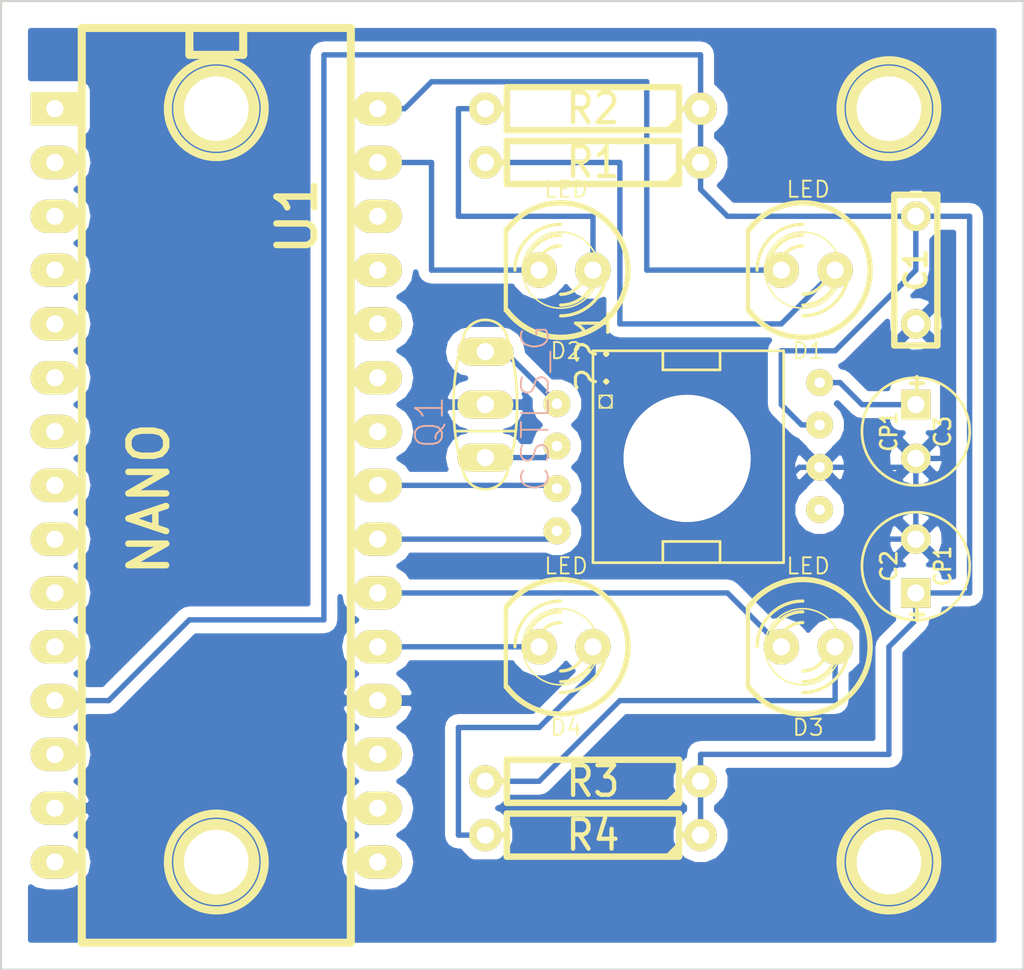
<source format=kicad_pcb>
(kicad_pcb (version 3) (host pcbnew "(2013-jul-07)-stable")

  (general
    (links 26)
    (no_connects 0)
    (area 144.729999 105.359999 193.090001 151.180001)
    (thickness 1.6)
    (drawings 4)
    (tracks 91)
    (zones 0)
    (modules 19)
    (nets 16)
  )

  (page A3)
  (title_block 
    (title "Optical Mouse Camera")
  )

  (layers
    (15 F.Cu signal)
    (0 B.Cu signal)
    (16 B.Adhes user)
    (17 F.Adhes user)
    (18 B.Paste user)
    (19 F.Paste user)
    (20 B.SilkS user)
    (21 F.SilkS user)
    (22 B.Mask user)
    (23 F.Mask user)
    (24 Dwgs.User user)
    (25 Cmts.User user)
    (26 Eco1.User user)
    (27 Eco2.User user)
    (28 Edge.Cuts user)
  )

  (setup
    (last_trace_width 0.254)
    (trace_clearance 0.254)
    (zone_clearance 0.508)
    (zone_45_only no)
    (trace_min 0.254)
    (segment_width 0.2)
    (edge_width 0.1)
    (via_size 0.889)
    (via_drill 0.635)
    (via_min_size 0.889)
    (via_min_drill 0.508)
    (uvia_size 0.508)
    (uvia_drill 0.127)
    (uvias_allowed no)
    (uvia_min_size 0.508)
    (uvia_min_drill 0.127)
    (pcb_text_width 0.3)
    (pcb_text_size 1.5 1.5)
    (mod_edge_width 0.15)
    (mod_text_size 1 1)
    (mod_text_width 0.15)
    (pad_size 6 6)
    (pad_drill 6)
    (pad_to_mask_clearance 0)
    (aux_axis_origin 0 0)
    (visible_elements 7FFFFFFF)
    (pcbplotparams
      (layerselection 284196865)
      (usegerberextensions true)
      (excludeedgelayer true)
      (linewidth 0.150000)
      (plotframeref false)
      (viasonmask false)
      (mode 1)
      (useauxorigin false)
      (hpglpennumber 1)
      (hpglpenspeed 20)
      (hpglpendiameter 15)
      (hpglpenoverlay 2)
      (psnegative false)
      (psa4output false)
      (plotreference true)
      (plotvalue true)
      (plotothertext true)
      (plotinvisibletext false)
      (padsonsilk false)
      (subtractmaskfromsilk false)
      (outputformat 1)
      (mirror false)
      (drillshape 0)
      (scaleselection 1)
      (outputdirectory ""))
  )

  (net 0 "")
  (net 1 +5V)
  (net 2 GND)
  (net 3 N-000001)
  (net 4 N-0000011)
  (net 5 N-0000018)
  (net 6 N-0000019)
  (net 7 N-0000022)
  (net 8 N-0000024)
  (net 9 N-0000031)
  (net 10 N-0000032)
  (net 11 N-0000034)
  (net 12 N-000006)
  (net 13 N-000007)
  (net 14 N-000008)
  (net 15 N-000009)

  (net_class Default "This is the default net class."
    (clearance 0.254)
    (trace_width 0.254)
    (via_dia 0.889)
    (via_drill 0.635)
    (uvia_dia 0.508)
    (uvia_drill 0.127)
    (add_net "")
    (add_net +5V)
    (add_net GND)
    (add_net N-000001)
    (add_net N-0000011)
    (add_net N-0000018)
    (add_net N-0000019)
    (add_net N-0000022)
    (add_net N-0000024)
    (add_net N-0000031)
    (add_net N-0000032)
    (add_net N-0000034)
    (add_net N-000006)
    (add_net N-000007)
    (add_net N-000008)
    (add_net N-000009)
  )

  (module R4 (layer F.Cu) (tedit 200000) (tstamp 556AF2F3)
    (at 172.72 113.03 180)
    (descr "Resitance 4 pas")
    (tags R)
    (path /5568674C)
    (autoplace_cost180 10)
    (fp_text reference R1 (at 0 0 180) (layer F.SilkS)
      (effects (font (size 1.397 1.27) (thickness 0.2032)))
    )
    (fp_text value R (at 0 0 180) (layer F.SilkS) hide
      (effects (font (size 1.397 1.27) (thickness 0.2032)))
    )
    (fp_line (start -5.08 0) (end -4.064 0) (layer F.SilkS) (width 0.3048))
    (fp_line (start -4.064 0) (end -4.064 -1.016) (layer F.SilkS) (width 0.3048))
    (fp_line (start -4.064 -1.016) (end 4.064 -1.016) (layer F.SilkS) (width 0.3048))
    (fp_line (start 4.064 -1.016) (end 4.064 1.016) (layer F.SilkS) (width 0.3048))
    (fp_line (start 4.064 1.016) (end -4.064 1.016) (layer F.SilkS) (width 0.3048))
    (fp_line (start -4.064 1.016) (end -4.064 0) (layer F.SilkS) (width 0.3048))
    (fp_line (start -4.064 -0.508) (end -3.556 -1.016) (layer F.SilkS) (width 0.3048))
    (fp_line (start 5.08 0) (end 4.064 0) (layer F.SilkS) (width 0.3048))
    (pad 1 thru_hole circle (at -5.08 0 180) (size 1.524 1.524) (drill 0.8128)
      (layers *.Cu *.Mask F.SilkS)
      (net 1 +5V)
    )
    (pad 2 thru_hole circle (at 5.08 0 180) (size 1.524 1.524) (drill 0.8128)
      (layers *.Cu *.Mask F.SilkS)
      (net 13 N-000007)
    )
    (model discret/resistor.wrl
      (at (xyz 0 0 0))
      (scale (xyz 0.4 0.4 0.4))
      (rotate (xyz 0 0 0))
    )
  )

  (module R4 (layer F.Cu) (tedit 200000) (tstamp 556AF301)
    (at 172.72 110.49 180)
    (descr "Resitance 4 pas")
    (tags R)
    (path /556868FD)
    (autoplace_cost180 10)
    (fp_text reference R2 (at 0 0 180) (layer F.SilkS)
      (effects (font (size 1.397 1.27) (thickness 0.2032)))
    )
    (fp_text value R (at 0 0 180) (layer F.SilkS) hide
      (effects (font (size 1.397 1.27) (thickness 0.2032)))
    )
    (fp_line (start -5.08 0) (end -4.064 0) (layer F.SilkS) (width 0.3048))
    (fp_line (start -4.064 0) (end -4.064 -1.016) (layer F.SilkS) (width 0.3048))
    (fp_line (start -4.064 -1.016) (end 4.064 -1.016) (layer F.SilkS) (width 0.3048))
    (fp_line (start 4.064 -1.016) (end 4.064 1.016) (layer F.SilkS) (width 0.3048))
    (fp_line (start 4.064 1.016) (end -4.064 1.016) (layer F.SilkS) (width 0.3048))
    (fp_line (start -4.064 1.016) (end -4.064 0) (layer F.SilkS) (width 0.3048))
    (fp_line (start -4.064 -0.508) (end -3.556 -1.016) (layer F.SilkS) (width 0.3048))
    (fp_line (start 5.08 0) (end 4.064 0) (layer F.SilkS) (width 0.3048))
    (pad 1 thru_hole circle (at -5.08 0 180) (size 1.524 1.524) (drill 0.8128)
      (layers *.Cu *.Mask F.SilkS)
      (net 1 +5V)
    )
    (pad 2 thru_hole circle (at 5.08 0 180) (size 1.524 1.524) (drill 0.8128)
      (layers *.Cu *.Mask F.SilkS)
      (net 14 N-000008)
    )
    (model discret/resistor.wrl
      (at (xyz 0 0 0))
      (scale (xyz 0.4 0.4 0.4))
      (rotate (xyz 0 0 0))
    )
  )

  (module R4 (layer F.Cu) (tedit 200000) (tstamp 556AF30F)
    (at 172.72 142.24 180)
    (descr "Resitance 4 pas")
    (tags R)
    (path /55686912)
    (autoplace_cost180 10)
    (fp_text reference R3 (at 0 0 180) (layer F.SilkS)
      (effects (font (size 1.397 1.27) (thickness 0.2032)))
    )
    (fp_text value R (at 0 0 180) (layer F.SilkS) hide
      (effects (font (size 1.397 1.27) (thickness 0.2032)))
    )
    (fp_line (start -5.08 0) (end -4.064 0) (layer F.SilkS) (width 0.3048))
    (fp_line (start -4.064 0) (end -4.064 -1.016) (layer F.SilkS) (width 0.3048))
    (fp_line (start -4.064 -1.016) (end 4.064 -1.016) (layer F.SilkS) (width 0.3048))
    (fp_line (start 4.064 -1.016) (end 4.064 1.016) (layer F.SilkS) (width 0.3048))
    (fp_line (start 4.064 1.016) (end -4.064 1.016) (layer F.SilkS) (width 0.3048))
    (fp_line (start -4.064 1.016) (end -4.064 0) (layer F.SilkS) (width 0.3048))
    (fp_line (start -4.064 -0.508) (end -3.556 -1.016) (layer F.SilkS) (width 0.3048))
    (fp_line (start 5.08 0) (end 4.064 0) (layer F.SilkS) (width 0.3048))
    (pad 1 thru_hole circle (at -5.08 0 180) (size 1.524 1.524) (drill 0.8128)
      (layers *.Cu *.Mask F.SilkS)
      (net 1 +5V)
    )
    (pad 2 thru_hole circle (at 5.08 0 180) (size 1.524 1.524) (drill 0.8128)
      (layers *.Cu *.Mask F.SilkS)
      (net 15 N-000009)
    )
    (model discret/resistor.wrl
      (at (xyz 0 0 0))
      (scale (xyz 0.4 0.4 0.4))
      (rotate (xyz 0 0 0))
    )
  )

  (module R4 (layer F.Cu) (tedit 200000) (tstamp 556AF31D)
    (at 172.72 144.78 180)
    (descr "Resitance 4 pas")
    (tags R)
    (path /55686926)
    (autoplace_cost180 10)
    (fp_text reference R4 (at 0 0 180) (layer F.SilkS)
      (effects (font (size 1.397 1.27) (thickness 0.2032)))
    )
    (fp_text value R (at 0 0 180) (layer F.SilkS) hide
      (effects (font (size 1.397 1.27) (thickness 0.2032)))
    )
    (fp_line (start -5.08 0) (end -4.064 0) (layer F.SilkS) (width 0.3048))
    (fp_line (start -4.064 0) (end -4.064 -1.016) (layer F.SilkS) (width 0.3048))
    (fp_line (start -4.064 -1.016) (end 4.064 -1.016) (layer F.SilkS) (width 0.3048))
    (fp_line (start 4.064 -1.016) (end 4.064 1.016) (layer F.SilkS) (width 0.3048))
    (fp_line (start 4.064 1.016) (end -4.064 1.016) (layer F.SilkS) (width 0.3048))
    (fp_line (start -4.064 1.016) (end -4.064 0) (layer F.SilkS) (width 0.3048))
    (fp_line (start -4.064 -0.508) (end -3.556 -1.016) (layer F.SilkS) (width 0.3048))
    (fp_line (start 5.08 0) (end 4.064 0) (layer F.SilkS) (width 0.3048))
    (pad 1 thru_hole circle (at -5.08 0 180) (size 1.524 1.524) (drill 0.8128)
      (layers *.Cu *.Mask F.SilkS)
      (net 1 +5V)
    )
    (pad 2 thru_hole circle (at 5.08 0 180) (size 1.524 1.524) (drill 0.8128)
      (layers *.Cu *.Mask F.SilkS)
      (net 3 N-000001)
    )
    (model discret/resistor.wrl
      (at (xyz 0 0 0))
      (scale (xyz 0.4 0.4 0.4))
      (rotate (xyz 0 0 0))
    )
  )

  (module murata-resonators-CSTLS_G8 (layer F.Cu) (tedit 200000) (tstamp 556AF32D)
    (at 167.64 124.46 90)
    (descr "CSTGL_S 8X3 MM, GRID 2.5 MM")
    (tags "CSTGL_S 8X3 MM, GRID 2.5 MM")
    (path /556AA4EB)
    (attr virtual)
    (fp_text reference Q1 (at -0.82296 -2.63398 90) (layer B.SilkS)
      (effects (font (size 1.27 1.27) (thickness 0.0889)))
    )
    (fp_text value CSTLS_G (at -0.18796 2.36474 90) (layer B.SilkS)
      (effects (font (size 1.27 1.27) (thickness 0.0889)))
    )
    (fp_line (start -1.24968 -1.39954) (end -1.24968 1.39954) (layer F.SilkS) (width 0.127))
    (fp_arc (start 0.09652 8.99922) (end 0 -1.4986) (angle 18.2) (layer F.SilkS) (width 0.127))
    (fp_arc (start 2.94894 -0.00762) (end 3.29946 -0.99822) (angle 71) (layer F.SilkS) (width 0.127))
    (fp_arc (start -0.09652 8.99922) (end -3.29946 -0.99822) (angle 18.2) (layer F.SilkS) (width 0.127))
    (fp_arc (start 0.09652 -8.99922) (end 3.29946 0.99822) (angle 18.2) (layer F.SilkS) (width 0.127))
    (fp_arc (start -0.09652 -8.99922) (end 0 1.4986) (angle 18.2) (layer F.SilkS) (width 0.127))
    (fp_arc (start 2.94894 0.00762) (end 3.99796 0) (angle 71) (layer F.SilkS) (width 0.127))
    (fp_arc (start -2.94894 -0.00762) (end -3.99796 0) (angle 71) (layer F.SilkS) (width 0.127))
    (fp_arc (start -2.94894 0.00762) (end -3.29946 0.99822) (angle 71) (layer F.SilkS) (width 0.127))
    (pad 1 thru_hole oval (at -2.49936 0 90) (size 1.3208 2.6416) (drill 0.8128)
      (layers *.Cu F.Paste F.SilkS F.Mask)
      (net 9 N-0000031)
    )
    (pad 2 thru_hole oval (at 0 0 90) (size 1.3208 2.6416) (drill 0.8128)
      (layers *.Cu F.Paste F.SilkS F.Mask)
      (net 2 GND)
    )
    (pad 3 thru_hole oval (at 2.49936 0 90) (size 1.3208 2.6416) (drill 0.8128)
      (layers *.Cu F.Paste F.SilkS F.Mask)
      (net 10 N-0000032)
    )
  )

  (module LED-5MM (layer F.Cu) (tedit 50ADE86B) (tstamp 556AF74C)
    (at 182.88 118.11 180)
    (descr "LED 5mm - Lead pitch 100mil (2,54mm)")
    (tags "LED led 5mm 5MM 100mil 2,54mm")
    (path /55686723)
    (fp_text reference D1 (at 0 -3.81 180) (layer F.SilkS)
      (effects (font (size 0.762 0.762) (thickness 0.0889)))
    )
    (fp_text value LED (at 0 3.81 180) (layer F.SilkS)
      (effects (font (size 0.762 0.762) (thickness 0.0889)))
    )
    (fp_line (start 2.8448 1.905) (end 2.8448 -1.905) (layer F.SilkS) (width 0.2032))
    (fp_circle (center 0.254 0) (end -1.016 1.27) (layer F.SilkS) (width 0.0762))
    (fp_arc (start 0.254 0) (end 2.794 1.905) (angle 286.2) (layer F.SilkS) (width 0.254))
    (fp_arc (start 0.254 0) (end -0.889 0) (angle 90) (layer F.SilkS) (width 0.1524))
    (fp_arc (start 0.254 0) (end 1.397 0) (angle 90) (layer F.SilkS) (width 0.1524))
    (fp_arc (start 0.254 0) (end -1.397 0) (angle 90) (layer F.SilkS) (width 0.1524))
    (fp_arc (start 0.254 0) (end 1.905 0) (angle 90) (layer F.SilkS) (width 0.1524))
    (fp_arc (start 0.254 0) (end -1.905 0) (angle 90) (layer F.SilkS) (width 0.1524))
    (fp_arc (start 0.254 0) (end 2.413 0) (angle 90) (layer F.SilkS) (width 0.1524))
    (pad 1 thru_hole circle (at -1.27 0 180) (size 1.6764 1.6764) (drill 0.8128)
      (layers *.Cu *.Mask F.SilkS)
      (net 13 N-000007)
    )
    (pad 2 thru_hole circle (at 1.27 0 180) (size 1.6764 1.6764) (drill 0.8128)
      (layers *.Cu *.Mask F.SilkS)
      (net 6 N-0000019)
    )
    (model discret/leds/led5_vertical_verde.wrl
      (at (xyz 0 0 0))
      (scale (xyz 1 1 1))
      (rotate (xyz 0 0 0))
    )
  )

  (module LED-5MM (layer F.Cu) (tedit 50ADE86B) (tstamp 556AF75C)
    (at 171.45 118.11 180)
    (descr "LED 5mm - Lead pitch 100mil (2,54mm)")
    (tags "LED led 5mm 5MM 100mil 2,54mm")
    (path /556868F7)
    (fp_text reference D2 (at 0 -3.81 180) (layer F.SilkS)
      (effects (font (size 0.762 0.762) (thickness 0.0889)))
    )
    (fp_text value LED (at 0 3.81 180) (layer F.SilkS)
      (effects (font (size 0.762 0.762) (thickness 0.0889)))
    )
    (fp_line (start 2.8448 1.905) (end 2.8448 -1.905) (layer F.SilkS) (width 0.2032))
    (fp_circle (center 0.254 0) (end -1.016 1.27) (layer F.SilkS) (width 0.0762))
    (fp_arc (start 0.254 0) (end 2.794 1.905) (angle 286.2) (layer F.SilkS) (width 0.254))
    (fp_arc (start 0.254 0) (end -0.889 0) (angle 90) (layer F.SilkS) (width 0.1524))
    (fp_arc (start 0.254 0) (end 1.397 0) (angle 90) (layer F.SilkS) (width 0.1524))
    (fp_arc (start 0.254 0) (end -1.397 0) (angle 90) (layer F.SilkS) (width 0.1524))
    (fp_arc (start 0.254 0) (end 1.905 0) (angle 90) (layer F.SilkS) (width 0.1524))
    (fp_arc (start 0.254 0) (end -1.905 0) (angle 90) (layer F.SilkS) (width 0.1524))
    (fp_arc (start 0.254 0) (end 2.413 0) (angle 90) (layer F.SilkS) (width 0.1524))
    (pad 1 thru_hole circle (at -1.27 0 180) (size 1.6764 1.6764) (drill 0.8128)
      (layers *.Cu *.Mask F.SilkS)
      (net 14 N-000008)
    )
    (pad 2 thru_hole circle (at 1.27 0 180) (size 1.6764 1.6764) (drill 0.8128)
      (layers *.Cu *.Mask F.SilkS)
      (net 12 N-000006)
    )
    (model discret/leds/led5_vertical_verde.wrl
      (at (xyz 0 0 0))
      (scale (xyz 1 1 1))
      (rotate (xyz 0 0 0))
    )
  )

  (module LED-5MM (layer F.Cu) (tedit 50ADE86B) (tstamp 556AF35A)
    (at 182.88 135.89 180)
    (descr "LED 5mm - Lead pitch 100mil (2,54mm)")
    (tags "LED led 5mm 5MM 100mil 2,54mm")
    (path /5568690C)
    (fp_text reference D3 (at 0 -3.81 180) (layer F.SilkS)
      (effects (font (size 0.762 0.762) (thickness 0.0889)))
    )
    (fp_text value LED (at 0 3.81 180) (layer F.SilkS)
      (effects (font (size 0.762 0.762) (thickness 0.0889)))
    )
    (fp_line (start 2.8448 1.905) (end 2.8448 -1.905) (layer F.SilkS) (width 0.2032))
    (fp_circle (center 0.254 0) (end -1.016 1.27) (layer F.SilkS) (width 0.0762))
    (fp_arc (start 0.254 0) (end 2.794 1.905) (angle 286.2) (layer F.SilkS) (width 0.254))
    (fp_arc (start 0.254 0) (end -0.889 0) (angle 90) (layer F.SilkS) (width 0.1524))
    (fp_arc (start 0.254 0) (end 1.397 0) (angle 90) (layer F.SilkS) (width 0.1524))
    (fp_arc (start 0.254 0) (end -1.397 0) (angle 90) (layer F.SilkS) (width 0.1524))
    (fp_arc (start 0.254 0) (end 1.905 0) (angle 90) (layer F.SilkS) (width 0.1524))
    (fp_arc (start 0.254 0) (end -1.905 0) (angle 90) (layer F.SilkS) (width 0.1524))
    (fp_arc (start 0.254 0) (end 2.413 0) (angle 90) (layer F.SilkS) (width 0.1524))
    (pad 1 thru_hole circle (at -1.27 0 180) (size 1.6764 1.6764) (drill 0.8128)
      (layers *.Cu *.Mask F.SilkS)
      (net 15 N-000009)
    )
    (pad 2 thru_hole circle (at 1.27 0 180) (size 1.6764 1.6764) (drill 0.8128)
      (layers *.Cu *.Mask F.SilkS)
      (net 4 N-0000011)
    )
    (model discret/leds/led5_vertical_verde.wrl
      (at (xyz 0 0 0))
      (scale (xyz 1 1 1))
      (rotate (xyz 0 0 0))
    )
  )

  (module LED-5MM (layer F.Cu) (tedit 50ADE86B) (tstamp 556AF369)
    (at 171.45 135.89 180)
    (descr "LED 5mm - Lead pitch 100mil (2,54mm)")
    (tags "LED led 5mm 5MM 100mil 2,54mm")
    (path /55686920)
    (fp_text reference D4 (at 0 -3.81 180) (layer F.SilkS)
      (effects (font (size 0.762 0.762) (thickness 0.0889)))
    )
    (fp_text value LED (at 0 3.81 180) (layer F.SilkS)
      (effects (font (size 0.762 0.762) (thickness 0.0889)))
    )
    (fp_line (start 2.8448 1.905) (end 2.8448 -1.905) (layer F.SilkS) (width 0.2032))
    (fp_circle (center 0.254 0) (end -1.016 1.27) (layer F.SilkS) (width 0.0762))
    (fp_arc (start 0.254 0) (end 2.794 1.905) (angle 286.2) (layer F.SilkS) (width 0.254))
    (fp_arc (start 0.254 0) (end -0.889 0) (angle 90) (layer F.SilkS) (width 0.1524))
    (fp_arc (start 0.254 0) (end 1.397 0) (angle 90) (layer F.SilkS) (width 0.1524))
    (fp_arc (start 0.254 0) (end -1.397 0) (angle 90) (layer F.SilkS) (width 0.1524))
    (fp_arc (start 0.254 0) (end 1.905 0) (angle 90) (layer F.SilkS) (width 0.1524))
    (fp_arc (start 0.254 0) (end -1.905 0) (angle 90) (layer F.SilkS) (width 0.1524))
    (fp_arc (start 0.254 0) (end 2.413 0) (angle 90) (layer F.SilkS) (width 0.1524))
    (pad 1 thru_hole circle (at -1.27 0 180) (size 1.6764 1.6764) (drill 0.8128)
      (layers *.Cu *.Mask F.SilkS)
      (net 3 N-000001)
    )
    (pad 2 thru_hole circle (at 1.27 0 180) (size 1.6764 1.6764) (drill 0.8128)
      (layers *.Cu *.Mask F.SilkS)
      (net 5 N-0000018)
    )
    (model discret/leds/led5_vertical_verde.wrl
      (at (xyz 0 0 0))
      (scale (xyz 1 1 1))
      (rotate (xyz 0 0 0))
    )
  )

  (module C2 (layer F.Cu) (tedit 200000) (tstamp 556AF374)
    (at 187.96 118.11 270)
    (descr "Condensateur = 2 pas")
    (tags C)
    (path /5568675B)
    (fp_text reference C1 (at 0 0 270) (layer F.SilkS)
      (effects (font (size 1.016 1.016) (thickness 0.2032)))
    )
    (fp_text value C (at 0 0 270) (layer F.SilkS) hide
      (effects (font (size 1.016 1.016) (thickness 0.2032)))
    )
    (fp_line (start -3.556 -1.016) (end 3.556 -1.016) (layer F.SilkS) (width 0.3048))
    (fp_line (start 3.556 -1.016) (end 3.556 1.016) (layer F.SilkS) (width 0.3048))
    (fp_line (start 3.556 1.016) (end -3.556 1.016) (layer F.SilkS) (width 0.3048))
    (fp_line (start -3.556 1.016) (end -3.556 -1.016) (layer F.SilkS) (width 0.3048))
    (fp_line (start -3.556 -0.508) (end -3.048 -1.016) (layer F.SilkS) (width 0.3048))
    (pad 1 thru_hole circle (at -2.54 0 270) (size 1.397 1.397) (drill 0.8128)
      (layers *.Cu *.Mask F.SilkS)
      (net 1 +5V)
    )
    (pad 2 thru_hole circle (at 2.54 0 270) (size 1.397 1.397) (drill 0.8128)
      (layers *.Cu *.Mask F.SilkS)
      (net 2 GND)
    )
    (model discret/capa_2pas_5x5mm.wrl
      (at (xyz 0 0 0))
      (scale (xyz 1 1 1))
      (rotate (xyz 0 0 0))
    )
  )

  (module C1V5 (layer F.Cu) (tedit 3E070CF4) (tstamp 556AF37C)
    (at 187.96 132.08 90)
    (descr "Condensateur e = 1 pas")
    (tags C)
    (path /5568676A)
    (fp_text reference C2 (at 0 -1.26746 90) (layer F.SilkS)
      (effects (font (size 0.762 0.762) (thickness 0.127)))
    )
    (fp_text value CP1 (at 0 1.27 90) (layer F.SilkS)
      (effects (font (size 0.762 0.635) (thickness 0.127)))
    )
    (fp_text user + (at -2.286 0 90) (layer F.SilkS)
      (effects (font (size 0.762 0.762) (thickness 0.2032)))
    )
    (fp_circle (center 0 0) (end 0.127 -2.54) (layer F.SilkS) (width 0.127))
    (pad 1 thru_hole rect (at -1.27 0 90) (size 1.397 1.397) (drill 0.8128)
      (layers *.Cu *.Mask F.SilkS)
      (net 1 +5V)
    )
    (pad 2 thru_hole circle (at 1.27 0 90) (size 1.397 1.397) (drill 0.8128)
      (layers *.Cu *.Mask F.SilkS)
      (net 2 GND)
    )
    (model discret/c_vert_c1v5.wrl
      (at (xyz 0 0 0))
      (scale (xyz 1 1 1))
      (rotate (xyz 0 0 0))
    )
  )

  (module C1V5 (layer F.Cu) (tedit 3E070CF4) (tstamp 556AF384)
    (at 187.96 125.73 270)
    (descr "Condensateur e = 1 pas")
    (tags C)
    (path /55686FA6)
    (fp_text reference C3 (at 0 -1.26746 270) (layer F.SilkS)
      (effects (font (size 0.762 0.762) (thickness 0.127)))
    )
    (fp_text value CP1 (at 0 1.27 270) (layer F.SilkS)
      (effects (font (size 0.762 0.635) (thickness 0.127)))
    )
    (fp_text user + (at -2.286 0 270) (layer F.SilkS)
      (effects (font (size 0.762 0.762) (thickness 0.2032)))
    )
    (fp_circle (center 0 0) (end 0.127 -2.54) (layer F.SilkS) (width 0.127))
    (pad 1 thru_hole rect (at -1.27 0 270) (size 1.397 1.397) (drill 0.8128)
      (layers *.Cu *.Mask F.SilkS)
      (net 11 N-0000034)
    )
    (pad 2 thru_hole circle (at 1.27 0 270) (size 1.397 1.397) (drill 0.8128)
      (layers *.Cu *.Mask F.SilkS)
      (net 2 GND)
    )
    (model discret/c_vert_c1v5.wrl
      (at (xyz 0 0 0))
      (scale (xyz 1 1 1))
      (rotate (xyz 0 0 0))
    )
  )

  (module arduino_mini (layer F.Cu) (tedit 556AF890) (tstamp 556AF3AD)
    (at 154.94 129.54 270)
    (descr "30 pins DIL package, elliptical pads, width 600mil (arduino mini)")
    (tags "DIL arduino mini")
    (path /556865C4)
    (fp_text reference U1 (at -13.97 -3.81 270) (layer F.SilkS)
      (effects (font (size 1.778 1.778) (thickness 0.3048)))
    )
    (fp_text value NANO (at -0.635 3.175 270) (layer F.SilkS)
      (effects (font (size 1.778 1.778) (thickness 0.3048)))
    )
    (fp_line (start -22.86 -6.35) (end 20.32 -6.35) (layer F.SilkS) (width 0.381))
    (fp_line (start 20.32 -6.35) (end 20.32 6.35) (layer F.SilkS) (width 0.381))
    (fp_line (start 20.32 6.35) (end -22.86 6.35) (layer F.SilkS) (width 0.381))
    (fp_line (start -22.86 6.35) (end -22.86 -6.35) (layer F.SilkS) (width 0.381))
    (fp_line (start -22.86 1.27) (end -21.59 1.27) (layer F.SilkS) (width 0.381))
    (fp_line (start -21.59 1.27) (end -21.59 -1.27) (layer F.SilkS) (width 0.381))
    (fp_line (start -21.59 -1.27) (end -22.86 -1.27) (layer F.SilkS) (width 0.381))
    (pad 1 thru_hole rect (at -19.05 7.62 270) (size 1.5748 2.286) (drill 0.8128)
      (layers *.Cu *.Mask F.SilkS)
    )
    (pad 2 thru_hole oval (at -16.51 7.62 270) (size 1.5748 2.286) (drill 0.8128)
      (layers *.Cu *.Mask F.SilkS)
    )
    (pad 3 thru_hole oval (at -13.97 7.62 270) (size 1.5748 2.286) (drill 0.8128)
      (layers *.Cu *.Mask F.SilkS)
    )
    (pad 4 thru_hole oval (at -11.43 7.62 270) (size 1.5748 2.286) (drill 0.8128)
      (layers *.Cu *.Mask F.SilkS)
    )
    (pad 5 thru_hole oval (at -8.89 7.62 270) (size 1.5748 2.286) (drill 0.8128)
      (layers *.Cu *.Mask F.SilkS)
    )
    (pad 6 thru_hole oval (at -6.35 7.62 270) (size 1.5748 2.286) (drill 0.8128)
      (layers *.Cu *.Mask F.SilkS)
    )
    (pad 7 thru_hole oval (at -3.81 7.62 270) (size 1.5748 2.286) (drill 0.8128)
      (layers *.Cu *.Mask F.SilkS)
    )
    (pad 8 thru_hole oval (at -1.27 7.62 270) (size 1.5748 2.286) (drill 0.8128)
      (layers *.Cu *.Mask F.SilkS)
    )
    (pad 9 thru_hole oval (at 1.27 7.62 270) (size 1.5748 2.286) (drill 0.8128)
      (layers *.Cu *.Mask F.SilkS)
    )
    (pad 10 thru_hole oval (at 3.81 7.62 270) (size 1.5748 2.286) (drill 0.8128)
      (layers *.Cu *.Mask F.SilkS)
    )
    (pad 11 thru_hole oval (at 6.35 7.62 270) (size 1.5748 2.286) (drill 0.8128)
      (layers *.Cu *.Mask F.SilkS)
    )
    (pad 12 thru_hole oval (at 8.89 7.62 270) (size 1.5748 2.286) (drill 0.8128)
      (layers *.Cu *.Mask F.SilkS)
      (net 1 +5V)
    )
    (pad 13 thru_hole oval (at 11.43 7.62 270) (size 1.5748 2.286) (drill 0.8128)
      (layers *.Cu *.Mask F.SilkS)
    )
    (pad 14 thru_hole oval (at 13.97 7.62 270) (size 1.5748 2.286) (drill 0.8128)
      (layers *.Cu *.Mask F.SilkS)
      (net 2 GND)
    )
    (pad 15 thru_hole oval (at 16.51 7.62 270) (size 1.5748 2.286) (drill 0.8128)
      (layers *.Cu *.Mask F.SilkS)
    )
    (pad 16 thru_hole oval (at 16.51 -7.62 270) (size 1.5748 2.286) (drill 0.8128)
      (layers *.Cu *.Mask F.SilkS)
    )
    (pad 17 thru_hole oval (at 13.97 -7.62 270) (size 1.5748 2.286) (drill 0.8128)
      (layers *.Cu *.Mask F.SilkS)
    )
    (pad 18 thru_hole oval (at 11.43 -7.62 270) (size 1.5748 2.286) (drill 0.8128)
      (layers *.Cu *.Mask F.SilkS)
    )
    (pad 19 thru_hole oval (at 8.89 -7.62 270) (size 1.5748 2.286) (drill 0.8128)
      (layers *.Cu *.Mask F.SilkS)
      (net 2 GND)
    )
    (pad 20 thru_hole oval (at 6.35 -7.62 270) (size 1.5748 2.286) (drill 0.8128)
      (layers *.Cu *.Mask F.SilkS)
      (net 5 N-0000018)
    )
    (pad 21 thru_hole oval (at 3.81 -7.62 270) (size 1.5748 2.286) (drill 0.8128)
      (layers *.Cu *.Mask F.SilkS)
      (net 4 N-0000011)
    )
    (pad 22 thru_hole oval (at 1.27 -7.62 270) (size 1.5748 2.286) (drill 0.8128)
      (layers *.Cu *.Mask F.SilkS)
      (net 7 N-0000022)
    )
    (pad 23 thru_hole oval (at -1.27 -7.62 270) (size 1.5748 2.286) (drill 0.8128)
      (layers *.Cu *.Mask F.SilkS)
      (net 8 N-0000024)
    )
    (pad 24 thru_hole oval (at -3.81 -7.62 270) (size 1.5748 2.286) (drill 0.8128)
      (layers *.Cu *.Mask F.SilkS)
    )
    (pad 25 thru_hole oval (at -6.35 -7.62 270) (size 1.5748 2.286) (drill 0.8128)
      (layers *.Cu *.Mask F.SilkS)
    )
    (pad 26 thru_hole oval (at -8.89 -7.62 270) (size 1.5748 2.286) (drill 0.8128)
      (layers *.Cu *.Mask F.SilkS)
    )
    (pad 27 thru_hole oval (at -11.43 -7.62 270) (size 1.5748 2.286) (drill 0.8128)
      (layers *.Cu *.Mask F.SilkS)
    )
    (pad 28 thru_hole oval (at -13.97 -7.62 270) (size 1.5748 2.286) (drill 0.8128)
      (layers *.Cu *.Mask F.SilkS)
    )
    (pad 29 thru_hole oval (at -16.51 -7.62 270) (size 1.5748 2.286) (drill 0.8128)
      (layers *.Cu *.Mask F.SilkS)
      (net 12 N-000006)
    )
    (pad 30 thru_hole oval (at -19.05 -7.62 270) (size 1.5748 2.286) (drill 0.8128)
      (layers *.Cu *.Mask F.SilkS)
      (net 6 N-0000019)
    )
  )

  (module "adns-2610-DIP-8_(GORA)" (layer F.Cu) (tedit 556AF881) (tstamp 556AF3CA)
    (at 172.72 121.92 270)
    (path /55686C9F)
    (attr virtual)
    (fp_text reference ??1 (at 0 0 270) (layer F.SilkS)
      (effects (font (size 1.524 1.524) (thickness 0.15)))
    )
    (fp_text value "" (at 0 0 270) (layer F.SilkS)
      (effects (font (size 1.524 1.524) (thickness 0.15)))
    )
    (fp_line (start 2.09804 -0.29972) (end 2.69748 -0.29972) (layer F.SilkS) (width 0.06604))
    (fp_line (start 2.69748 -0.29972) (end 2.69748 -0.89916) (layer F.SilkS) (width 0.06604))
    (fp_line (start 2.09804 -0.89916) (end 2.69748 -0.89916) (layer F.SilkS) (width 0.06604))
    (fp_line (start 2.09804 -0.29972) (end 2.09804 -0.89916) (layer F.SilkS) (width 0.06604))
    (fp_line (start 0 0) (end 0 -3.29946) (layer F.SilkS) (width 0.127))
    (fp_line (start 0 -3.29946) (end 0 -5.99948) (layer F.SilkS) (width 0.127))
    (fp_line (start 0 -5.99948) (end 0 -8.99922) (layer F.SilkS) (width 0.127))
    (fp_line (start 0 -8.99922) (end 9.99998 -8.99922) (layer F.SilkS) (width 0.127))
    (fp_line (start 9.99998 -8.99922) (end 9.99998 0) (layer F.SilkS) (width 0.127))
    (fp_line (start 9.99998 0) (end 0 0) (layer F.SilkS) (width 0.127))
    (fp_line (start 0 -5.99948) (end 0.89916 -5.99948) (layer F.SilkS) (width 0.127))
    (fp_line (start 0.89916 -5.99948) (end 0.89916 -3.29946) (layer F.SilkS) (width 0.127))
    (fp_line (start 0.89916 -3.29946) (end 0 -3.29946) (layer F.SilkS) (width 0.127))
    (fp_line (start 8.99922 -5.99948) (end 8.99922 -3.29946) (layer F.SilkS) (width 0.127))
    (fp_line (start 9.89838 -3.29946) (end 8.99922 -3.29946) (layer F.SilkS) (width 0.127))
    (fp_line (start 8.99922 -5.99948) (end 9.89838 -5.99948) (layer F.SilkS) (width 0.127))
    (fp_circle (center 2.39776 -0.59944) (end 2.60858 -0.81026) (layer F.SilkS) (width 0.0635))
    (pad 1 thru_hole circle (at 2.49936 1.69926 270) (size 1.27 1.27) (drill 0.49784)
      (layers *.Cu F.Paste F.SilkS F.Mask)
      (net 10 N-0000032)
    )
    (pad 2 thru_hole circle (at 4.49834 1.69926 270) (size 1.27 1.27) (drill 0.49784)
      (layers *.Cu F.Paste F.SilkS F.Mask)
      (net 9 N-0000031)
    )
    (pad 3 thru_hole circle (at 6.49986 1.69926 270) (size 1.27 1.27) (drill 0.49784)
      (layers *.Cu F.Paste F.SilkS F.Mask)
      (net 8 N-0000024)
    )
    (pad 4 thru_hole circle (at 8.49884 1.69926 270) (size 1.27 1.27) (drill 0.49784)
      (layers *.Cu F.Paste F.SilkS F.Mask)
      (net 7 N-0000022)
    )
    (pad 5 thru_hole circle (at 7.49808 -10.69848 270) (size 1.27 1.27) (drill 0.49784)
      (layers *.Cu F.Paste F.SilkS F.Mask)
    )
    (pad 6 thru_hole circle (at 5.4991 -10.69848 270) (size 1.27 1.27) (drill 0.49784)
      (layers *.Cu F.Paste F.SilkS F.Mask)
      (net 2 GND)
    )
    (pad 7 thru_hole circle (at 3.49758 -10.69848 270) (size 1.27 1.27) (drill 0.49784)
      (layers *.Cu F.Paste F.SilkS F.Mask)
      (net 1 +5V)
    )
    (pad 8 thru_hole circle (at 1.4986 -10.69848 270) (size 1.27 1.27) (drill 0.49784)
      (layers *.Cu F.Paste F.SilkS F.Mask)
      (net 11 N-0000034)
    )
  )

  (module 1pin (layer F.Cu) (tedit 556AFBD1) (tstamp 556B5855)
    (at 154.94 110.49)
    (descr "module 1 pin (ou trou mecanique de percage)")
    (tags DEV)
    (path 1pin)
    (fp_text reference "" (at 0 -3.048) (layer F.SilkS)
      (effects (font (size 1.016 1.016) (thickness 0.254)))
    )
    (fp_text value "" (at 0 2.794) (layer F.SilkS) hide
      (effects (font (size 1.016 1.016) (thickness 0.254)))
    )
    (fp_circle (center 0 0) (end 0 -2.286) (layer F.SilkS) (width 0.381))
    (pad "" np_thru_hole circle (at 0 0) (size 4.064 4.064) (drill 3.048)
      (layers *.Cu *.Mask F.SilkS)
    )
  )

  (module 1pin (layer F.Cu) (tedit 556AFC05) (tstamp 556B5885)
    (at 186.69 110.49)
    (descr "module 1 pin (ou trou mecanique de percage)")
    (tags DEV)
    (path 1pin)
    (fp_text reference "" (at 0 -3.048) (layer F.SilkS)
      (effects (font (size 1.016 1.016) (thickness 0.254)))
    )
    (fp_text value "" (at 0 2.794) (layer F.SilkS) hide
      (effects (font (size 1.016 1.016) (thickness 0.254)))
    )
    (fp_circle (center 0 0) (end 0 -2.286) (layer F.SilkS) (width 0.381))
    (pad "" np_thru_hole circle (at 0 0) (size 4.064 4.064) (drill 3.048)
      (layers *.Cu *.Mask F.SilkS)
    )
  )

  (module 1pin (layer F.Cu) (tedit 556AFC21) (tstamp 556B58A6)
    (at 186.69 146.05)
    (descr "module 1 pin (ou trou mecanique de percage)")
    (tags DEV)
    (path 1pin)
    (fp_text reference "" (at 0 -3.048) (layer F.SilkS)
      (effects (font (size 1.016 1.016) (thickness 0.254)))
    )
    (fp_text value "" (at 0 2.794) (layer F.SilkS) hide
      (effects (font (size 1.016 1.016) (thickness 0.254)))
    )
    (fp_circle (center 0 0) (end 0 -2.286) (layer F.SilkS) (width 0.381))
    (pad "" np_thru_hole circle (at 0 0) (size 4.064 4.064) (drill 3.048)
      (layers *.Cu *.Mask F.SilkS)
    )
  )

  (module 1pin (layer F.Cu) (tedit 556AFC39) (tstamp 556B58C9)
    (at 154.94 146.05)
    (descr "module 1 pin (ou trou mecanique de percage)")
    (tags DEV)
    (path 1pin)
    (fp_text reference "" (at 0 -3.048) (layer F.SilkS)
      (effects (font (size 1.016 1.016) (thickness 0.254)))
    )
    (fp_text value "" (at 0 2.794) (layer F.SilkS) hide
      (effects (font (size 1.016 1.016) (thickness 0.254)))
    )
    (fp_circle (center 0 0) (end 0 -2.286) (layer F.SilkS) (width 0.381))
    (pad "" np_thru_hole circle (at 0 0) (size 4.064 4.064) (drill 3.048)
      (layers *.Cu *.Mask F.SilkS)
    )
  )

  (module 1pin (layer F.Cu) (tedit 556AFE84) (tstamp 556B58FD)
    (at 177.165 127)
    (descr "module 1 pin (ou trou mecanique de percage)")
    (tags DEV)
    (path 1pin)
    (fp_text reference "" (at 0 -3.048) (layer F.SilkS)
      (effects (font (size 1.016 1.016) (thickness 0.254)))
    )
    (fp_text value "" (at 0 2.794) (layer F.SilkS) hide
      (effects (font (size 1.016 1.016) (thickness 0.254)))
    )
    (fp_circle (center 0 0) (end 0 -2.286) (layer F.SilkS) (width 0.381))
    (pad "" np_thru_hole circle (at 0 0) (size 6 6) (drill 6)
      (layers *.Cu *.Mask F.SilkS)
    )
  )

  (gr_line (start 144.78 151.13) (end 144.78 105.41) (angle 90) (layer Edge.Cuts) (width 0.1))
  (gr_line (start 193.04 151.13) (end 144.78 151.13) (angle 90) (layer Edge.Cuts) (width 0.1))
  (gr_line (start 193.04 105.41) (end 193.04 151.13) (angle 90) (layer Edge.Cuts) (width 0.1))
  (gr_line (start 144.78 105.41) (end 193.04 105.41) (angle 90) (layer Edge.Cuts) (width 0.1))

  (segment (start 182.56758 125.41758) (end 183.41848 125.41758) (width 0.254) (layer B.Cu) (net 1) (tstamp 556B5846))
  (segment (start 181.61 124.46) (end 182.56758 125.41758) (width 0.254) (layer B.Cu) (net 1) (tstamp 556B5845))
  (segment (start 181.61 121.92) (end 181.61 124.46) (width 0.254) (layer B.Cu) (net 1) (tstamp 556B5844))
  (segment (start 184.15 121.92) (end 181.61 121.92) (width 0.254) (layer B.Cu) (net 1) (tstamp 556B5843))
  (segment (start 187.96 118.11) (end 184.15 121.92) (width 0.254) (layer B.Cu) (net 1) (tstamp 556B5842))
  (segment (start 187.96 115.57) (end 187.96 118.11) (width 0.254) (layer B.Cu) (net 1))
  (segment (start 187.96 133.35) (end 190.5 133.35) (width 0.254) (layer B.Cu) (net 1))
  (segment (start 190.5 115.57) (end 187.96 115.57) (width 0.254) (layer B.Cu) (net 1) (tstamp 556AF859))
  (segment (start 190.5 133.35) (end 190.5 115.57) (width 0.254) (layer B.Cu) (net 1) (tstamp 556AF858))
  (segment (start 177.8 142.24) (end 177.8 140.97) (width 0.254) (layer B.Cu) (net 1))
  (segment (start 187.96 134.62) (end 187.96 133.35) (width 0.254) (layer B.Cu) (net 1) (tstamp 556AF839))
  (segment (start 186.69 135.89) (end 187.96 134.62) (width 0.254) (layer B.Cu) (net 1) (tstamp 556AF838))
  (segment (start 186.69 140.97) (end 186.69 135.89) (width 0.254) (layer B.Cu) (net 1) (tstamp 556AF837))
  (segment (start 177.8 140.97) (end 186.69 140.97) (width 0.254) (layer B.Cu) (net 1) (tstamp 556AF836))
  (segment (start 147.32 138.43) (end 149.86 138.43) (width 0.254) (layer B.Cu) (net 1))
  (segment (start 177.8 107.95) (end 177.8 110.49) (width 0.254) (layer B.Cu) (net 1) (tstamp 556AF7FD))
  (segment (start 160.02 107.95) (end 177.8 107.95) (width 0.254) (layer B.Cu) (net 1) (tstamp 556AF7FC))
  (segment (start 160.02 134.62) (end 160.02 107.95) (width 0.254) (layer B.Cu) (net 1) (tstamp 556AF7FB))
  (segment (start 153.67 134.62) (end 160.02 134.62) (width 0.254) (layer B.Cu) (net 1) (tstamp 556AF7F9))
  (segment (start 149.86 138.43) (end 153.67 134.62) (width 0.254) (layer B.Cu) (net 1) (tstamp 556AF7F8))
  (segment (start 177.8 113.03) (end 177.8 114.3) (width 0.254) (layer B.Cu) (net 1))
  (segment (start 177.8 114.3) (end 179.07 115.57) (width 0.254) (layer B.Cu) (net 1) (tstamp 556AF7E5))
  (segment (start 179.07 115.57) (end 187.96 115.57) (width 0.254) (layer B.Cu) (net 1) (tstamp 556AF7E7))
  (segment (start 177.8 113.03) (end 177.8 110.49) (width 0.254) (layer B.Cu) (net 1))
  (segment (start 177.8 144.78) (end 177.8 142.24) (width 0.254) (layer B.Cu) (net 1))
  (segment (start 162.56 138.43) (end 165.1 138.43) (width 0.254) (layer B.Cu) (net 2))
  (segment (start 185.42 130.81) (end 187.96 130.81) (width 0.254) (layer B.Cu) (net 2) (tstamp 556AF833))
  (segment (start 185.42 139.7) (end 185.42 130.81) (width 0.254) (layer B.Cu) (net 2) (tstamp 556AF832))
  (segment (start 176.53 139.7) (end 185.42 139.7) (width 0.254) (layer B.Cu) (net 2) (tstamp 556AF831))
  (segment (start 170.18 146.05) (end 176.53 139.7) (width 0.254) (layer B.Cu) (net 2) (tstamp 556AF830))
  (segment (start 165.1 146.05) (end 170.18 146.05) (width 0.254) (layer B.Cu) (net 2) (tstamp 556AF82F))
  (segment (start 165.1 138.43) (end 165.1 146.05) (width 0.254) (layer B.Cu) (net 2) (tstamp 556AF82E))
  (segment (start 147.32 143.51) (end 149.86 143.51) (width 0.254) (layer B.Cu) (net 2))
  (segment (start 154.94 138.43) (end 162.56 138.43) (width 0.254) (layer B.Cu) (net 2) (tstamp 556AF7D7))
  (segment (start 149.86 143.51) (end 154.94 138.43) (width 0.254) (layer B.Cu) (net 2) (tstamp 556AF7D6))
  (segment (start 187.96 120.65) (end 189.23 121.92) (width 0.254) (layer B.Cu) (net 2))
  (segment (start 189.23 127) (end 187.96 127) (width 0.254) (layer B.Cu) (net 2) (tstamp 556AF7D3))
  (segment (start 189.23 121.92) (end 189.23 127) (width 0.254) (layer B.Cu) (net 2) (tstamp 556AF7D2))
  (segment (start 187.96 127) (end 187.96 130.81) (width 0.254) (layer B.Cu) (net 2))
  (segment (start 183.41848 127.4191) (end 187.5409 127.4191) (width 0.254) (layer B.Cu) (net 2))
  (segment (start 187.5409 127.4191) (end 187.96 127) (width 0.254) (layer B.Cu) (net 2) (tstamp 556AF7C8))
  (segment (start 167.64 124.46) (end 165.1 124.46) (width 0.254) (layer B.Cu) (net 2))
  (segment (start 182.4609 127.4191) (end 183.41848 127.4191) (width 0.254) (layer B.Cu) (net 2) (tstamp 556AF6BA))
  (segment (start 181.61 128.27) (end 182.4609 127.4191) (width 0.254) (layer B.Cu) (net 2) (tstamp 556AF6B9))
  (segment (start 181.61 132.08) (end 181.61 128.27) (width 0.254) (layer B.Cu) (net 2) (tstamp 556AF6B8))
  (segment (start 172.72 132.08) (end 181.61 132.08) (width 0.254) (layer B.Cu) (net 2) (tstamp 556AF6B7))
  (segment (start 172.72 123.19) (end 172.72 132.08) (width 0.254) (layer B.Cu) (net 2) (tstamp 556AF6B6))
  (segment (start 170.18 120.65) (end 172.72 123.19) (width 0.254) (layer B.Cu) (net 2) (tstamp 556AF6B5))
  (segment (start 165.1 120.65) (end 170.18 120.65) (width 0.254) (layer B.Cu) (net 2) (tstamp 556AF6B4))
  (segment (start 165.1 124.46) (end 165.1 120.65) (width 0.254) (layer B.Cu) (net 2) (tstamp 556AF6B3))
  (segment (start 172.72 135.89) (end 172.72 137.16) (width 0.254) (layer B.Cu) (net 3))
  (segment (start 166.37 144.78) (end 167.64 144.78) (width 0.254) (layer B.Cu) (net 3) (tstamp 556AF82B))
  (segment (start 166.37 139.7) (end 166.37 144.78) (width 0.254) (layer B.Cu) (net 3) (tstamp 556AF82A))
  (segment (start 170.18 139.7) (end 166.37 139.7) (width 0.254) (layer B.Cu) (net 3) (tstamp 556AF829))
  (segment (start 172.72 137.16) (end 170.18 139.7) (width 0.254) (layer B.Cu) (net 3) (tstamp 556AF828))
  (segment (start 162.56 133.35) (end 171.45 133.35) (width 0.254) (layer B.Cu) (net 4))
  (segment (start 179.07 133.35) (end 181.61 135.89) (width 0.254) (layer B.Cu) (net 4) (tstamp 556AF6BE))
  (segment (start 171.45 133.35) (end 179.07 133.35) (width 0.254) (layer B.Cu) (net 4) (tstamp 556AF6BD))
  (segment (start 162.56 135.89) (end 170.18 135.89) (width 0.254) (layer B.Cu) (net 5))
  (segment (start 162.56 110.49) (end 163.83 110.49) (width 0.254) (layer B.Cu) (net 6))
  (segment (start 175.26 118.11) (end 181.61 118.11) (width 0.254) (layer B.Cu) (net 6) (tstamp 556AF79A))
  (segment (start 175.26 109.22) (end 175.26 118.11) (width 0.254) (layer B.Cu) (net 6) (tstamp 556AF799))
  (segment (start 165.1 109.22) (end 175.26 109.22) (width 0.254) (layer B.Cu) (net 6) (tstamp 556AF797))
  (segment (start 163.83 110.49) (end 165.1 109.22) (width 0.254) (layer B.Cu) (net 6) (tstamp 556AF795))
  (segment (start 162.56 130.81) (end 170.62958 130.81) (width 0.254) (layer B.Cu) (net 7))
  (segment (start 170.62958 130.81) (end 171.02074 130.41884) (width 0.254) (layer B.Cu) (net 7) (tstamp 556AF4BC))
  (segment (start 162.56 128.27) (end 170.87088 128.27) (width 0.254) (layer B.Cu) (net 8))
  (segment (start 170.87088 128.27) (end 171.02074 128.41986) (width 0.254) (layer B.Cu) (net 8) (tstamp 556AF4B9))
  (segment (start 167.64 126.95936) (end 170.47972 126.95936) (width 0.254) (layer B.Cu) (net 9))
  (segment (start 170.47972 126.95936) (end 171.02074 126.41834) (width 0.254) (layer B.Cu) (net 9) (tstamp 556AF4BF))
  (segment (start 167.64 121.96064) (end 168.56202 121.96064) (width 0.254) (layer B.Cu) (net 10))
  (segment (start 168.56202 121.96064) (end 171.02074 124.41936) (width 0.254) (layer B.Cu) (net 10) (tstamp 556AF4C2))
  (segment (start 183.41848 123.4186) (end 184.3786 123.4186) (width 0.254) (layer B.Cu) (net 11))
  (segment (start 185.42 124.46) (end 187.96 124.46) (width 0.254) (layer B.Cu) (net 11) (tstamp 556AF7CE))
  (segment (start 184.3786 123.4186) (end 185.42 124.46) (width 0.254) (layer B.Cu) (net 11) (tstamp 556AF7CD))
  (segment (start 162.56 113.03) (end 165.1 113.03) (width 0.254) (layer B.Cu) (net 12))
  (segment (start 165.1 118.11) (end 170.18 118.11) (width 0.254) (layer B.Cu) (net 12) (tstamp 556AF78D))
  (segment (start 165.1 113.03) (end 165.1 118.11) (width 0.254) (layer B.Cu) (net 12) (tstamp 556AF78C))
  (segment (start 167.64 113.03) (end 173.99 113.03) (width 0.254) (layer B.Cu) (net 13))
  (segment (start 181.61 120.65) (end 184.15 118.11) (width 0.254) (layer B.Cu) (net 13) (tstamp 556AF792))
  (segment (start 173.99 120.65) (end 181.61 120.65) (width 0.254) (layer B.Cu) (net 13) (tstamp 556AF791))
  (segment (start 173.99 113.03) (end 173.99 120.65) (width 0.254) (layer B.Cu) (net 13) (tstamp 556AF790))
  (segment (start 167.64 110.49) (end 166.37 110.49) (width 0.254) (layer B.Cu) (net 14))
  (segment (start 172.72 115.57) (end 172.72 118.11) (width 0.254) (layer B.Cu) (net 14) (tstamp 556AF789))
  (segment (start 166.37 115.57) (end 172.72 115.57) (width 0.254) (layer B.Cu) (net 14) (tstamp 556AF788))
  (segment (start 166.37 110.49) (end 166.37 115.57) (width 0.254) (layer B.Cu) (net 14) (tstamp 556AF787))
  (segment (start 167.64 142.24) (end 168.91 142.24) (width 0.254) (layer B.Cu) (net 15))
  (segment (start 184.15 138.43) (end 184.15 135.89) (width 0.254) (layer B.Cu) (net 15) (tstamp 556AF6A3))
  (segment (start 173.99 138.43) (end 184.15 138.43) (width 0.254) (layer B.Cu) (net 15) (tstamp 556AF6A2))
  (segment (start 170.18 142.24) (end 173.99 138.43) (width 0.254) (layer B.Cu) (net 15) (tstamp 556AF6A1))
  (segment (start 168.91 142.24) (end 170.18 142.24) (width 0.254) (layer B.Cu) (net 15) (tstamp 556AF6A0))

  (zone (net 0) (net_name "") (layer B.Cu) (tstamp 556B584B) (hatch edge 0.508)
    (connect_pads (clearance 0.508))
    (min_thickness 0.254)
    (keepout (tracks not_allowed) (vias not_allowed) (copperpour allowed))
    (fill (arc_segments 16) (thermal_gap 0.508) (thermal_bridge_width 0.508))
    (polygon
      (pts
        (xy 180.34 130.81) (xy 173.99 130.81) (xy 173.99 123.19) (xy 180.34 123.19)
      )
    )
  )
  (zone (net 2) (net_name GND) (layer B.Cu) (tstamp 556B584D) (hatch edge 0.508)
    (connect_pads (clearance 0.508))
    (min_thickness 0.254)
    (fill (arc_segments 16) (thermal_gap 0.508) (thermal_bridge_width 0.508))
    (polygon
      (pts
        (xy 191.77 149.86) (xy 146.05 149.86) (xy 146.05 106.68) (xy 191.77 106.68)
      )
    )
    (filled_polygon
      (pts
        (xy 191.643 149.733) (xy 164.372833 149.733) (xy 164.372833 146.05) (xy 164.264559 145.505671) (xy 163.956222 145.044211)
        (xy 163.560801 144.78) (xy 163.956222 144.515789) (xy 164.264559 144.054329) (xy 164.372833 143.51) (xy 164.264559 142.965671)
        (xy 163.956222 142.504211) (xy 163.560801 142.24) (xy 163.956222 141.975789) (xy 164.264559 141.514329) (xy 164.372833 140.97)
        (xy 164.264559 140.425671) (xy 163.956222 139.964211) (xy 163.56117 139.700246) (xy 163.577262 139.695525) (xy 164.011191 139.345986)
        (xy 164.278327 138.856996) (xy 164.29501 138.77706) (xy 164.172851 138.557) (xy 162.687 138.557) (xy 162.687 138.577)
        (xy 162.433 138.577) (xy 162.433 138.557) (xy 160.947149 138.557) (xy 160.82499 138.77706) (xy 160.841673 138.856996)
        (xy 161.108809 139.345986) (xy 161.542738 139.695525) (xy 161.558829 139.700246) (xy 161.163778 139.964211) (xy 160.855441 140.425671)
        (xy 160.747167 140.97) (xy 160.855441 141.514329) (xy 161.163778 141.975789) (xy 161.559198 142.24) (xy 161.163778 142.504211)
        (xy 160.855441 142.965671) (xy 160.747167 143.51) (xy 160.855441 144.054329) (xy 161.163778 144.515789) (xy 161.559198 144.78)
        (xy 161.163778 145.044211) (xy 160.855441 145.505671) (xy 160.747167 146.05) (xy 160.855441 146.594329) (xy 161.163778 147.055789)
        (xy 161.625238 147.364126) (xy 162.169567 147.4724) (xy 162.950433 147.4724) (xy 163.494762 147.364126) (xy 163.956222 147.055789)
        (xy 164.264559 146.594329) (xy 164.372833 146.05) (xy 164.372833 149.733) (xy 146.177 149.733) (xy 146.177 147.224986)
        (xy 146.385238 147.364126) (xy 146.929567 147.4724) (xy 147.710433 147.4724) (xy 148.254762 147.364126) (xy 148.716222 147.055789)
        (xy 149.024559 146.594329) (xy 149.132833 146.05) (xy 149.024559 145.505671) (xy 148.716222 145.044211) (xy 148.32117 144.780246)
        (xy 148.337262 144.775525) (xy 148.771191 144.425986) (xy 149.038327 143.936996) (xy 149.05501 143.85706) (xy 148.932851 143.637)
        (xy 147.447 143.637) (xy 147.447 143.657) (xy 147.193 143.657) (xy 147.193 143.637) (xy 147.173 143.637)
        (xy 147.173 143.383) (xy 147.193 143.383) (xy 147.193 143.363) (xy 147.447 143.363) (xy 147.447 143.383)
        (xy 148.932851 143.383) (xy 149.05501 143.16294) (xy 149.038327 143.083004) (xy 148.771191 142.594014) (xy 148.337262 142.244475)
        (xy 148.32117 142.239753) (xy 148.716222 141.975789) (xy 149.024559 141.514329) (xy 149.132833 140.97) (xy 149.024559 140.425671)
        (xy 148.716222 139.964211) (xy 148.320801 139.7) (xy 148.716222 139.435789) (xy 148.879116 139.192) (xy 149.86 139.192)
        (xy 149.86 139.191999) (xy 150.151604 139.133996) (xy 150.151605 139.133996) (xy 150.398815 138.968815) (xy 153.98563 135.382)
        (xy 160.02 135.382) (xy 160.311605 135.323996) (xy 160.558815 135.158815) (xy 160.723996 134.911605) (xy 160.782 134.62)
        (xy 160.782 133.525116) (xy 160.855441 133.894329) (xy 161.163778 134.355789) (xy 161.559198 134.62) (xy 161.163778 134.884211)
        (xy 160.855441 135.345671) (xy 160.747167 135.89) (xy 160.855441 136.434329) (xy 161.163778 136.895789) (xy 161.558829 137.159753)
        (xy 161.542738 137.164475) (xy 161.108809 137.514014) (xy 160.841673 138.003004) (xy 160.82499 138.08294) (xy 160.947149 138.303)
        (xy 162.433 138.303) (xy 162.433 138.283) (xy 162.687 138.283) (xy 162.687 138.303) (xy 164.172851 138.303)
        (xy 164.29501 138.08294) (xy 164.278327 138.003004) (xy 164.011191 137.514014) (xy 163.577262 137.164475) (xy 163.56117 137.159753)
        (xy 163.956222 136.895789) (xy 164.119116 136.652) (xy 168.900848 136.652) (xy 168.930354 136.72341) (xy 169.34441 137.138189)
        (xy 169.885677 137.362943) (xy 170.471752 137.363454) (xy 171.01341 137.139646) (xy 171.428189 136.72559) (xy 171.449775 136.673605)
        (xy 171.470354 136.72341) (xy 171.774391 137.027978) (xy 169.864369 138.938) (xy 166.37 138.938) (xy 166.078395 138.996004)
        (xy 165.831185 139.161185) (xy 165.666004 139.408395) (xy 165.608 139.7) (xy 165.608 144.78) (xy 165.666004 145.071605)
        (xy 165.831185 145.318815) (xy 166.078395 145.483996) (xy 166.37 145.542) (xy 166.443296 145.542) (xy 166.454991 145.570303)
        (xy 166.84763 145.963628) (xy 167.360901 146.176756) (xy 167.916661 146.177241) (xy 168.430303 145.965009) (xy 168.823628 145.57237)
        (xy 169.036756 145.059099) (xy 169.037241 144.503339) (xy 168.825009 143.989697) (xy 168.43237 143.596372) (xy 168.224485 143.51005)
        (xy 168.430303 143.425009) (xy 168.823628 143.03237) (xy 168.836238 143.002) (xy 168.91 143.002) (xy 170.18 143.002)
        (xy 170.18 143.001999) (xy 170.471604 142.943996) (xy 170.471605 142.943996) (xy 170.718815 142.778815) (xy 174.30563 139.192)
        (xy 184.15 139.192) (xy 184.441605 139.133996) (xy 184.688815 138.968815) (xy 184.853996 138.721605) (xy 184.912 138.43)
        (xy 184.912 137.169151) (xy 184.98341 137.139646) (xy 185.398189 136.72559) (xy 185.622943 136.184323) (xy 185.623454 135.598248)
        (xy 185.399646 135.05659) (xy 184.98559 134.641811) (xy 184.701159 134.523704) (xy 184.701159 127.596435) (xy 184.671384 127.092076)
        (xy 184.535658 126.764404) (xy 184.306612 126.710573) (xy 183.598085 127.4191) (xy 184.306612 128.127627) (xy 184.535658 128.073796)
        (xy 184.701159 127.596435) (xy 184.701159 134.523704) (xy 184.688699 134.51853) (xy 184.688699 129.16657) (xy 184.495761 128.699623)
        (xy 184.138816 128.342055) (xy 184.1206 128.334491) (xy 184.127007 128.307232) (xy 183.41848 127.598705) (xy 183.238875 127.77831)
        (xy 183.238875 127.4191) (xy 182.530348 126.710573) (xy 182.301302 126.764404) (xy 182.135801 127.241765) (xy 182.165576 127.746124)
        (xy 182.301302 128.073796) (xy 182.530348 128.127627) (xy 183.238875 127.4191) (xy 183.238875 127.77831) (xy 182.709953 128.307232)
        (xy 182.716264 128.334088) (xy 182.700023 128.340799) (xy 182.342455 128.697744) (xy 182.148702 129.164353) (xy 182.148261 129.66959)
        (xy 182.341199 130.136537) (xy 182.698144 130.494105) (xy 183.164753 130.687858) (xy 183.66999 130.688299) (xy 184.136937 130.495361)
        (xy 184.494505 130.138416) (xy 184.688258 129.671807) (xy 184.688699 129.16657) (xy 184.688699 134.51853) (xy 184.444323 134.417057)
        (xy 183.858248 134.416546) (xy 183.31659 134.640354) (xy 182.901811 135.05441) (xy 182.880224 135.106394) (xy 182.859646 135.05659)
        (xy 182.44559 134.641811) (xy 181.904323 134.417057) (xy 181.318248 134.416546) (xy 181.244605 134.446974) (xy 179.608815 132.811185)
        (xy 179.361605 132.646004) (xy 179.07 132.588) (xy 171.45 132.588) (xy 164.119116 132.588) (xy 163.956222 132.344211)
        (xy 163.560801 132.08) (xy 163.956222 131.815789) (xy 164.119116 131.572) (xy 170.486165 131.572) (xy 170.767013 131.688618)
        (xy 171.27225 131.689059) (xy 171.739197 131.496121) (xy 172.096765 131.139176) (xy 172.290518 130.672567) (xy 172.290959 130.16733)
        (xy 172.098021 129.700383) (xy 171.817301 129.419173) (xy 172.096765 129.140196) (xy 172.290518 128.673587) (xy 172.290959 128.16835)
        (xy 172.098021 127.701403) (xy 171.816031 127.41892) (xy 172.096765 127.138676) (xy 172.290518 126.672067) (xy 172.290959 126.16683)
        (xy 172.098021 125.699883) (xy 171.817301 125.418673) (xy 172.096765 125.139696) (xy 172.290518 124.673087) (xy 172.290959 124.16785)
        (xy 172.098021 123.700903) (xy 171.741076 123.343335) (xy 171.274467 123.149582) (xy 170.828202 123.149192) (xy 169.632741 121.953731)
        (xy 169.53551 121.464912) (xy 169.254702 121.044654) (xy 168.834444 120.763846) (xy 168.338716 120.66524) (xy 166.941284 120.66524)
        (xy 166.445556 120.763846) (xy 166.025298 121.044654) (xy 165.74449 121.464912) (xy 165.645884 121.96064) (xy 165.74449 122.456368)
        (xy 166.025298 122.876626) (xy 166.445556 123.157434) (xy 166.70552 123.209143) (xy 166.366539 123.311807) (xy 165.973811 123.633816)
        (xy 165.734205 124.081604) (xy 165.72618 124.132895) (xy 165.850068 124.333) (xy 167.513 124.333) (xy 167.513 124.313)
        (xy 167.767 124.313) (xy 167.767 124.333) (xy 169.429932 124.333) (xy 169.55382 124.132895) (xy 169.545795 124.081604)
        (xy 169.477245 123.953495) (xy 169.750908 124.227158) (xy 169.750521 124.67087) (xy 169.943459 125.137817) (xy 170.224178 125.419026)
        (xy 169.944715 125.698004) (xy 169.750962 126.164613) (xy 169.750933 126.19736) (xy 169.357592 126.19736) (xy 169.254702 126.043374)
        (xy 168.834444 125.762566) (xy 168.574479 125.710856) (xy 168.913461 125.608193) (xy 169.306189 125.286184) (xy 169.545795 124.838396)
        (xy 169.55382 124.787105) (xy 169.429932 124.587) (xy 167.767 124.587) (xy 167.767 124.607) (xy 167.513 124.607)
        (xy 167.513 124.587) (xy 165.850068 124.587) (xy 165.72618 124.787105) (xy 165.734205 124.838396) (xy 165.973811 125.286184)
        (xy 166.366539 125.608193) (xy 166.70552 125.710856) (xy 166.445556 125.762566) (xy 166.025298 126.043374) (xy 165.74449 126.463632)
        (xy 165.645884 126.95936) (xy 165.74449 127.455088) (xy 165.779844 127.508) (xy 164.119116 127.508) (xy 163.956222 127.264211)
        (xy 163.560801 126.999999) (xy 163.956222 126.735789) (xy 164.264559 126.274329) (xy 164.372833 125.73) (xy 164.264559 125.185671)
        (xy 163.956222 124.724211) (xy 163.560801 124.459999) (xy 163.956222 124.195789) (xy 164.264559 123.734329) (xy 164.372833 123.19)
        (xy 164.264559 122.645671) (xy 163.956222 122.184211) (xy 163.560801 121.919999) (xy 163.956222 121.655789) (xy 164.264559 121.194329)
        (xy 164.372833 120.65) (xy 164.264559 120.105671) (xy 163.956222 119.644211) (xy 163.560801 119.379999) (xy 163.956222 119.115789)
        (xy 164.264559 118.654329) (xy 164.355416 118.197558) (xy 164.396004 118.401605) (xy 164.561185 118.648815) (xy 164.808395 118.813996)
        (xy 165.1 118.872) (xy 168.900848 118.872) (xy 168.930354 118.94341) (xy 169.34441 119.358189) (xy 169.885677 119.582943)
        (xy 170.471752 119.583454) (xy 171.01341 119.359646) (xy 171.428189 118.94559) (xy 171.449775 118.893605) (xy 171.470354 118.94341)
        (xy 171.88441 119.358189) (xy 172.425677 119.582943) (xy 173.011752 119.583454) (xy 173.228 119.494102) (xy 173.228 120.65)
        (xy 173.286004 120.941605) (xy 173.451185 121.188815) (xy 173.698395 121.353996) (xy 173.99 121.412) (xy 181.050595 121.412)
        (xy 180.906004 121.628395) (xy 180.848 121.92) (xy 180.848 124.46) (xy 180.906004 124.751605) (xy 181.071185 124.998815)
        (xy 182.028764 125.956395) (xy 182.028765 125.956395) (xy 182.275975 126.121576) (xy 182.340529 126.134416) (xy 182.341199 126.136037)
        (xy 182.698144 126.493605) (xy 182.716903 126.501394) (xy 182.709953 126.530968) (xy 183.41848 127.239495) (xy 184.127007 126.530968)
        (xy 184.120151 126.501796) (xy 184.136937 126.494861) (xy 184.494505 126.137916) (xy 184.688258 125.671307) (xy 184.688699 125.16607)
        (xy 184.495761 124.699123) (xy 184.215041 124.417913) (xy 184.257699 124.375329) (xy 184.881185 124.998815) (xy 185.128395 125.163996)
        (xy 185.128396 125.163996) (xy 185.42 125.222) (xy 186.62639 125.222) (xy 186.62639 125.284255) (xy 186.722859 125.517729)
        (xy 186.901332 125.696513) (xy 187.134636 125.793389) (xy 187.35548 125.793582) (xy 187.267072 125.830202) (xy 187.205419 126.065814)
        (xy 187.96 126.820395) (xy 188.714581 126.065814) (xy 188.652928 125.830202) (xy 188.548963 125.79361) (xy 188.784255 125.79361)
        (xy 189.017729 125.697141) (xy 189.196513 125.518668) (xy 189.293389 125.285364) (xy 189.29361 125.032745) (xy 189.29361 123.635745)
        (xy 189.197141 123.402271) (xy 189.018668 123.223487) (xy 188.785364 123.126611) (xy 188.714581 123.126549) (xy 188.714581 121.584186)
        (xy 187.96 120.829605) (xy 187.205419 121.584186) (xy 187.267072 121.819798) (xy 187.76748 121.995924) (xy 188.297198 121.967146)
        (xy 188.652928 121.819798) (xy 188.714581 121.584186) (xy 188.714581 123.126549) (xy 188.532745 123.12639) (xy 187.135745 123.12639)
        (xy 186.902271 123.222859) (xy 186.723487 123.401332) (xy 186.626611 123.634636) (xy 186.626555 123.698) (xy 185.73563 123.698)
        (xy 184.917415 122.879785) (xy 184.670205 122.714604) (xy 184.470552 122.67489) (xy 184.423367 122.627623) (xy 184.441604 122.623996)
        (xy 184.441605 122.623996) (xy 184.688815 122.458815) (xy 186.617995 120.529634) (xy 186.642854 120.987198) (xy 186.790202 121.342928)
        (xy 187.025814 121.404581) (xy 187.780395 120.65) (xy 187.766252 120.635857) (xy 187.945857 120.456252) (xy 187.96 120.470395)
        (xy 188.714581 119.715814) (xy 188.652928 119.480202) (xy 188.15252 119.304076) (xy 187.825805 119.321825) (xy 188.498815 118.648816)
        (xy 188.498815 118.648815) (xy 188.663996 118.401605) (xy 188.721999 118.11) (xy 188.722 118.11) (xy 188.722 116.693538)
        (xy 189.084169 116.332) (xy 189.738 116.332) (xy 189.738 132.588) (xy 189.305924 132.588) (xy 189.305924 131.00252)
        (xy 189.305924 127.19252) (xy 189.305924 120.84252) (xy 189.277146 120.312802) (xy 189.129798 119.957072) (xy 188.894186 119.895419)
        (xy 188.139605 120.65) (xy 188.894186 121.404581) (xy 189.129798 121.342928) (xy 189.305924 120.84252) (xy 189.305924 127.19252)
        (xy 189.277146 126.662802) (xy 189.129798 126.307072) (xy 188.894186 126.245419) (xy 188.139605 127) (xy 188.894186 127.754581)
        (xy 189.129798 127.692928) (xy 189.305924 127.19252) (xy 189.305924 131.00252) (xy 189.277146 130.472802) (xy 189.129798 130.117072)
        (xy 188.894186 130.055419) (xy 188.714581 130.235024) (xy 188.714581 129.875814) (xy 188.714581 127.934186) (xy 187.96 127.179605)
        (xy 187.780395 127.35921) (xy 187.780395 127) (xy 187.025814 126.245419) (xy 186.790202 126.307072) (xy 186.614076 126.80748)
        (xy 186.642854 127.337198) (xy 186.790202 127.692928) (xy 187.025814 127.754581) (xy 187.780395 127) (xy 187.780395 127.35921)
        (xy 187.205419 127.934186) (xy 187.267072 128.169798) (xy 187.76748 128.345924) (xy 188.297198 128.317146) (xy 188.652928 128.169798)
        (xy 188.714581 127.934186) (xy 188.714581 129.875814) (xy 188.652928 129.640202) (xy 188.15252 129.464076) (xy 187.622802 129.492854)
        (xy 187.267072 129.640202) (xy 187.205419 129.875814) (xy 187.96 130.630395) (xy 188.714581 129.875814) (xy 188.714581 130.235024)
        (xy 188.139605 130.81) (xy 188.894186 131.564581) (xy 189.129798 131.502928) (xy 189.305924 131.00252) (xy 189.305924 132.588)
        (xy 189.29361 132.588) (xy 189.29361 132.525745) (xy 189.197141 132.292271) (xy 189.018668 132.113487) (xy 188.785364 132.016611)
        (xy 188.564519 132.016417) (xy 188.652928 131.979798) (xy 188.714581 131.744186) (xy 187.96 130.989605) (xy 187.780395 131.16921)
        (xy 187.780395 130.81) (xy 187.025814 130.055419) (xy 186.790202 130.117072) (xy 186.614076 130.61748) (xy 186.642854 131.147198)
        (xy 186.790202 131.502928) (xy 187.025814 131.564581) (xy 187.780395 130.81) (xy 187.780395 131.16921) (xy 187.205419 131.744186)
        (xy 187.267072 131.979798) (xy 187.371036 132.01639) (xy 187.135745 132.01639) (xy 186.902271 132.112859) (xy 186.723487 132.291332)
        (xy 186.626611 132.524636) (xy 186.62639 132.777255) (xy 186.62639 134.174255) (xy 186.722859 134.407729) (xy 186.901332 134.586513)
        (xy 186.911594 134.590774) (xy 186.151185 135.351185) (xy 185.986004 135.598395) (xy 185.928 135.89) (xy 185.928 140.208)
        (xy 177.8 140.208) (xy 177.508395 140.266004) (xy 177.261185 140.431185) (xy 177.096004 140.678395) (xy 177.038 140.97)
        (xy 177.038 141.043296) (xy 177.009697 141.054991) (xy 176.616372 141.44763) (xy 176.403244 141.960901) (xy 176.402759 142.516661)
        (xy 176.614991 143.030303) (xy 177.00763 143.423628) (xy 177.038 143.436238) (xy 177.038 143.583296) (xy 177.009697 143.594991)
        (xy 176.616372 143.98763) (xy 176.403244 144.500901) (xy 176.402759 145.056661) (xy 176.614991 145.570303) (xy 177.00763 145.963628)
        (xy 177.520901 146.176756) (xy 178.076661 146.177241) (xy 178.590303 145.965009) (xy 178.983628 145.57237) (xy 179.196756 145.059099)
        (xy 179.197241 144.503339) (xy 178.985009 143.989697) (xy 178.59237 143.596372) (xy 178.562 143.583761) (xy 178.562 143.436703)
        (xy 178.590303 143.425009) (xy 178.983628 143.03237) (xy 179.196756 142.519099) (xy 179.197241 141.963339) (xy 179.101653 141.732)
        (xy 186.69 141.732) (xy 186.981605 141.673996) (xy 187.228815 141.508815) (xy 187.393996 141.261605) (xy 187.452 140.97)
        (xy 187.452 136.20563) (xy 188.498815 135.158816) (xy 188.498815 135.158815) (xy 188.663996 134.911605) (xy 188.709346 134.68361)
        (xy 188.709347 134.68361) (xy 188.784255 134.68361) (xy 189.017729 134.587141) (xy 189.196513 134.408668) (xy 189.293389 134.175364)
        (xy 189.293444 134.112) (xy 190.5 134.112) (xy 190.791605 134.053996) (xy 191.038815 133.888815) (xy 191.203996 133.641605)
        (xy 191.262 133.35) (xy 191.262 115.57) (xy 191.203996 115.278395) (xy 191.038815 115.031185) (xy 190.791605 114.866004)
        (xy 190.5 114.808) (xy 189.083538 114.808) (xy 188.716353 114.440174) (xy 188.226413 114.236733) (xy 187.695914 114.23627)
        (xy 187.20562 114.438855) (xy 186.83583 114.808) (xy 179.38563 114.808) (xy 178.691559 114.113929) (xy 178.983628 113.82237)
        (xy 179.196756 113.309099) (xy 179.197241 112.753339) (xy 178.985009 112.239697) (xy 178.59237 111.846372) (xy 178.562 111.833761)
        (xy 178.562 111.686703) (xy 178.590303 111.675009) (xy 178.983628 111.28237) (xy 179.196756 110.769099) (xy 179.197241 110.213339)
        (xy 178.985009 109.699697) (xy 178.59237 109.306372) (xy 178.562 109.293761) (xy 178.562 107.95) (xy 178.503996 107.658395)
        (xy 178.338815 107.411185) (xy 178.091605 107.246004) (xy 177.8 107.188) (xy 160.02 107.188) (xy 159.728395 107.246004)
        (xy 159.481185 107.411185) (xy 159.316004 107.658395) (xy 159.258 107.95) (xy 159.258 133.858) (xy 153.67 133.858)
        (xy 153.378395 133.916004) (xy 153.131184 134.081185) (xy 149.544369 137.668) (xy 148.879116 137.668) (xy 148.716222 137.424211)
        (xy 148.320801 137.16) (xy 148.716222 136.895789) (xy 149.024559 136.434329) (xy 149.132833 135.89) (xy 149.024559 135.345671)
        (xy 148.716222 134.884211) (xy 148.320801 134.62) (xy 148.716222 134.355789) (xy 149.024559 133.894329) (xy 149.132833 133.35)
        (xy 149.024559 132.805671) (xy 148.716222 132.344211) (xy 148.320801 132.08) (xy 148.716222 131.815789) (xy 149.024559 131.354329)
        (xy 149.132833 130.81) (xy 149.024559 130.265671) (xy 148.716222 129.804211) (xy 148.320801 129.539999) (xy 148.716222 129.275789)
        (xy 149.024559 128.814329) (xy 149.132833 128.27) (xy 149.024559 127.725671) (xy 148.716222 127.264211) (xy 148.320801 126.999999)
        (xy 148.716222 126.735789) (xy 149.024559 126.274329) (xy 149.132833 125.73) (xy 149.024559 125.185671) (xy 148.716222 124.724211)
        (xy 148.320801 124.459999) (xy 148.716222 124.195789) (xy 149.024559 123.734329) (xy 149.132833 123.19) (xy 149.024559 122.645671)
        (xy 148.716222 122.184211) (xy 148.320801 121.919999) (xy 148.716222 121.655789) (xy 149.024559 121.194329) (xy 149.132833 120.65)
        (xy 149.024559 120.105671) (xy 148.716222 119.644211) (xy 148.320801 119.379999) (xy 148.716222 119.115789) (xy 149.024559 118.654329)
        (xy 149.132833 118.11) (xy 149.024559 117.565671) (xy 148.716222 117.104211) (xy 148.320801 116.839999) (xy 148.716222 116.575789)
        (xy 149.024559 116.114329) (xy 149.132833 115.57) (xy 149.024559 115.025671) (xy 148.716222 114.564211) (xy 148.320801 114.299999)
        (xy 148.716222 114.035789) (xy 149.024559 113.574329) (xy 149.132833 113.03) (xy 149.024559 112.485671) (xy 148.716222 112.024211)
        (xy 148.549049 111.91251) (xy 148.588755 111.91251) (xy 148.822229 111.816041) (xy 149.001013 111.637568) (xy 149.097889 111.404264)
        (xy 149.09811 111.151645) (xy 149.09811 109.576845) (xy 149.001641 109.343371) (xy 148.823168 109.164587) (xy 148.589864 109.067711)
        (xy 148.337245 109.06749) (xy 146.177 109.06749) (xy 146.177 106.807) (xy 191.643 106.807) (xy 191.643 149.733)
      )
    )
  )
)

</source>
